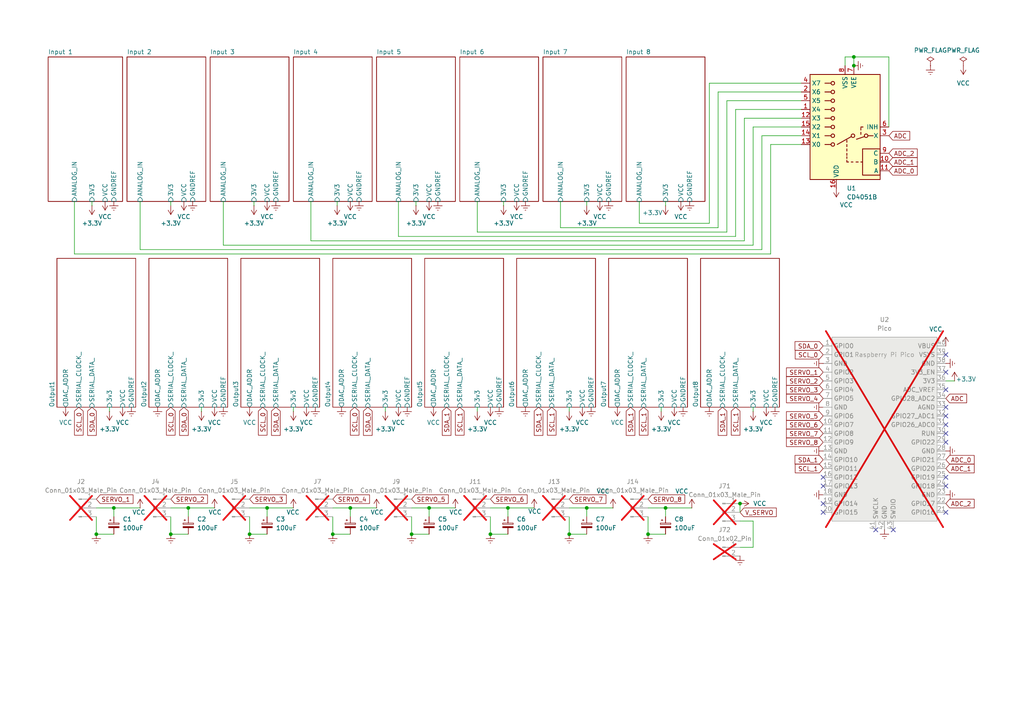
<source format=kicad_sch>
(kicad_sch (version 20250114) (generator "eeschema") (generator_version "9.0")
  (paper "A4")
  (junction (at 247.65 16.51))
  (junction (at 247.65 19.05))
  (junction (at 33.02 147.32))
  (junction (at 214.63 146.05))
  (junction (at 147.32 147.32))
  (junction (at 193.04 147.32))
  (junction (at 101.6 147.32))
  (junction (at 187.96 154.94))
  (junction (at 49.53 154.94))
  (junction (at 119.38 154.94))
  (junction (at 165.1 154.94))
  (junction (at 142.24 154.94))
  (junction (at 27.94 154.94))
  (junction (at 72.39 154.94))
  (junction (at 77.47 147.32))
  (junction (at 54.61 147.32))
  (junction (at 124.46 147.32))
  (junction (at 170.18 147.32))
  (junction (at 96.52 154.94))
  (no_connect (at 238.76 138.43))
  (no_connect (at 254 153.67))
  (no_connect (at 274.32 148.59))
  (no_connect (at 274.32 120.65))
  (no_connect (at 274.32 118.11))
  (no_connect (at 274.32 123.19))
  (no_connect (at 274.32 125.73))
  (no_connect (at 274.32 138.43))
  (no_connect (at 274.32 107.95))
  (no_connect (at 238.76 148.59))
  (no_connect (at 238.76 140.97))
  (no_connect (at 259.08 153.67))
  (no_connect (at 274.32 140.97))
  (no_connect (at 274.32 128.27))
  (no_connect (at 238.76 146.05))
  (no_connect (at 274.32 113.03))
  (no_connect (at 274.32 102.87))
  (wire (pts (xy 58.42 119.38) (xy 58.42 118.11)))
  (wire (pts (xy 119.38 149.86) (xy 119.38 154.94)))
  (wire (pts (xy 218.44 151.13) (xy 218.44 158.75)))
  (wire (pts (xy 187.96 147.32) (xy 193.04 147.32)))
  (wire (pts (xy 245.11 16.51) (xy 245.11 19.05)))
  (wire (pts (xy 54.61 147.32) (xy 62.23 147.32)))
  (wire (pts (xy 115.57 68.58) (xy 213.36 68.58)))
  (wire (pts (xy 72.39 154.94) (xy 77.47 154.94)))
  (wire (pts (xy 165.1 119.38) (xy 165.1 118.11)))
  (wire (pts (xy 165.1 147.32) (xy 170.18 147.32)))
  (wire (pts (xy 147.32 147.32) (xy 154.94 147.32)))
  (wire (pts (xy 40.64 58.42) (xy 40.64 72.39)))
  (wire (pts (xy 185.42 64.77) (xy 205.74 64.77)))
  (wire (pts (xy 208.28 66.04) (xy 162.56 66.04)))
  (wire (pts (xy 232.41 31.75) (xy 213.36 31.75)))
  (wire (pts (xy 119.38 147.32) (xy 124.46 147.32)))
  (wire (pts (xy 31.75 119.38) (xy 31.75 118.11)))
  (wire (pts (xy 21.59 73.66) (xy 223.52 73.66)))
  (wire (pts (xy 213.36 31.75) (xy 213.36 68.58)))
  (wire (pts (xy 208.28 26.67) (xy 208.28 66.04)))
  (wire (pts (xy 115.57 58.42) (xy 115.57 68.58)))
  (wire (pts (xy 111.76 119.38) (xy 111.76 118.11)))
  (wire (pts (xy 170.18 147.32) (xy 177.8 147.32)))
  (wire (pts (xy 96.52 147.32) (xy 101.6 147.32)))
  (wire (pts (xy 210.82 29.21) (xy 210.82 67.31)))
  (wire (pts (xy 147.32 147.32) (xy 147.32 149.86)))
  (wire (pts (xy 245.11 16.51) (xy 247.65 16.51)))
  (wire (pts (xy 101.6 147.32) (xy 101.6 149.86)))
  (wire (pts (xy 232.41 36.83) (xy 218.44 36.83)))
  (wire (pts (xy 218.44 158.75) (xy 214.63 158.75)))
  (wire (pts (xy 33.02 147.32) (xy 33.02 149.86)))
  (wire (pts (xy 27.94 149.86) (xy 27.94 154.94)))
  (wire (pts (xy 170.18 147.32) (xy 170.18 149.86)))
  (wire (pts (xy 49.53 59.69) (xy 49.53 58.42)))
  (wire (pts (xy 119.38 154.94) (xy 124.46 154.94)))
  (wire (pts (xy 27.94 154.94) (xy 33.02 154.94)))
  (wire (pts (xy 162.56 58.42) (xy 162.56 66.04)))
  (wire (pts (xy 33.02 147.32) (xy 40.64 147.32)))
  (wire (pts (xy 138.43 119.38) (xy 138.43 118.11)))
  (wire (pts (xy 90.17 69.85) (xy 215.9 69.85)))
  (wire (pts (xy 223.52 41.91) (xy 223.52 73.66)))
  (wire (pts (xy 214.63 146.05) (xy 214.63 148.59)))
  (wire (pts (xy 26.67 59.69) (xy 26.67 58.42)))
  (wire (pts (xy 205.74 24.13) (xy 205.74 64.77)))
  (wire (pts (xy 165.1 154.94) (xy 170.18 154.94)))
  (wire (pts (xy 27.94 147.32) (xy 33.02 147.32)))
  (wire (pts (xy 142.24 149.86) (xy 142.24 154.94)))
  (wire (pts (xy 85.09 119.38) (xy 85.09 118.11)))
  (wire (pts (xy 232.41 39.37) (xy 220.98 39.37)))
  (wire (pts (xy 193.04 147.32) (xy 193.04 149.86)))
  (wire (pts (xy 49.53 149.86) (xy 49.53 154.94)))
  (wire (pts (xy 49.53 147.32) (xy 54.61 147.32)))
  (wire (pts (xy 232.41 26.67) (xy 208.28 26.67)))
  (wire (pts (xy 232.41 34.29) (xy 215.9 34.29)))
  (wire (pts (xy 72.39 147.32) (xy 77.47 147.32)))
  (wire (pts (xy 214.63 151.13) (xy 218.44 151.13)))
  (wire (pts (xy 187.96 149.86) (xy 187.96 154.94)))
  (wire (pts (xy 77.47 147.32) (xy 85.09 147.32)))
  (wire (pts (xy 120.65 59.69) (xy 120.65 58.42)))
  (wire (pts (xy 138.43 58.42) (xy 138.43 67.31)))
  (wire (pts (xy 185.42 58.42) (xy 185.42 64.77)))
  (wire (pts (xy 142.24 154.94) (xy 147.32 154.94)))
  (wire (pts (xy 215.9 34.29) (xy 215.9 69.85)))
  (wire (pts (xy 73.66 59.69) (xy 73.66 58.42)))
  (wire (pts (xy 72.39 149.86) (xy 72.39 154.94)))
  (wire (pts (xy 232.41 24.13) (xy 205.74 24.13)))
  (wire (pts (xy 218.44 36.83) (xy 218.44 71.12)))
  (wire (pts (xy 187.96 154.94) (xy 193.04 154.94)))
  (wire (pts (xy 54.61 147.32) (xy 54.61 149.86)))
  (wire (pts (xy 96.52 154.94) (xy 101.6 154.94)))
  (wire (pts (xy 142.24 147.32) (xy 147.32 147.32)))
  (wire (pts (xy 146.05 59.69) (xy 146.05 58.42)))
  (wire (pts (xy 124.46 147.32) (xy 132.08 147.32)))
  (wire (pts (xy 232.41 41.91) (xy 223.52 41.91)))
  (wire (pts (xy 274.32 110.49) (xy 276.86 110.49)))
  (wire (pts (xy 170.18 59.69) (xy 170.18 58.42)))
  (wire (pts (xy 90.17 58.42) (xy 90.17 69.85)))
  (wire (pts (xy 247.65 16.51) (xy 257.81 16.51)))
  (wire (pts (xy 49.53 154.94) (xy 54.61 154.94)))
  (wire (pts (xy 64.77 58.42) (xy 64.77 71.12)))
  (wire (pts (xy 220.98 39.37) (xy 220.98 72.39)))
  (wire (pts (xy 101.6 147.32) (xy 109.22 147.32)))
  (wire (pts (xy 257.81 16.51) (xy 257.81 36.83)))
  (wire (pts (xy 193.04 147.32) (xy 200.66 147.32)))
  (wire (pts (xy 193.04 59.69) (xy 193.04 58.42)))
  (wire (pts (xy 64.77 71.12) (xy 218.44 71.12)))
  (wire (pts (xy 96.52 149.86) (xy 96.52 154.94)))
  (wire (pts (xy 247.65 19.05) (xy 247.65 16.51)))
  (wire (pts (xy 97.79 59.69) (xy 97.79 58.42)))
  (wire (pts (xy 232.41 29.21) (xy 210.82 29.21)))
  (wire (pts (xy 21.59 58.42) (xy 21.59 73.66)))
  (wire (pts (xy 191.77 119.38) (xy 191.77 118.11)))
  (wire (pts (xy 165.1 149.86) (xy 165.1 154.94)))
  (wire (pts (xy 218.44 119.38) (xy 218.44 118.11)))
  (wire (pts (xy 124.46 147.32) (xy 124.46 149.86)))
  (wire (pts (xy 77.47 147.32) (xy 77.47 149.86)))
  (wire (pts (xy 210.82 67.31) (xy 138.43 67.31)))
  (wire (pts (xy 40.64 72.39) (xy 220.98 72.39)))
  (global_label "SCL_1" (shape input) (at 160.02 118.11 270) (property "Intersheetrefs" "${INTERSHEET_REFS}" (effects (hide yes))))
  (global_label "SERVO_7" (shape input) (at 238.76 125.73 180) (property "Intersheetrefs" "${INTERSHEET_REFS}" (effects (hide yes))))
  (global_label "SDA_1" (shape input) (at 156.21 118.11 270) (property "Intersheetrefs" "${INTERSHEET_REFS}" (effects (hide yes))))
  (global_label "SERVO_5" (shape input) (at 119.38 144.78 0) (property "Intersheetrefs" "${INTERSHEET_REFS}" (effects (hide yes))))
  (global_label "SDA_0" (shape input) (at 26.67 118.11 270) (property "Intersheetrefs" "${INTERSHEET_REFS}" (effects (hide yes))))
  (global_label "SDA_0" (shape input) (at 106.68 118.11 270) (property "Intersheetrefs" "${INTERSHEET_REFS}" (effects (hide yes))))
  (global_label "ADC_1" (shape input) (at 257.81 46.99 0) (property "Intersheetrefs" "${INTERSHEET_REFS}" (effects (hide yes))))
  (global_label "SDA_1" (shape input) (at 129.54 118.11 270) (property "Intersheetrefs" "${INTERSHEET_REFS}" (effects (hide yes))))
  (global_label "SDA_1" (shape input) (at 238.76 133.35 180) (property "Intersheetrefs" "${INTERSHEET_REFS}" (effects (hide yes))))
  (global_label "SERVO_1" (shape input) (at 238.76 107.95 180) (property "Intersheetrefs" "${INTERSHEET_REFS}" (effects (hide yes))))
  (global_label "SERVO_3" (shape input) (at 72.39 144.78 0) (property "Intersheetrefs" "${INTERSHEET_REFS}" (effects (hide yes))))
  (global_label "SDA_0" (shape input) (at 80.01 118.11 270) (property "Intersheetrefs" "${INTERSHEET_REFS}" (effects (hide yes))))
  (global_label "SERVO_4" (shape input) (at 238.76 115.57 180) (property "Intersheetrefs" "${INTERSHEET_REFS}" (effects (hide yes))))
  (global_label "ADC_0" (shape input) (at 274.32 133.35 0) (property "Intersheetrefs" "${INTERSHEET_REFS}" (effects (hide yes))))
  (global_label "SCL_0" (shape input) (at 102.87 118.11 270) (property "Intersheetrefs" "${INTERSHEET_REFS}" (effects (hide yes))))
  (global_label "ADC" (shape input) (at 257.81 39.37 0) (property "Intersheetrefs" "${INTERSHEET_REFS}" (effects (hide yes))))
  (global_label "ADC_1" (shape input) (at 274.32 135.89 0) (property "Intersheetrefs" "${INTERSHEET_REFS}" (effects (hide yes))))
  (global_label "SERVO_8" (shape input) (at 238.76 128.27 180) (property "Intersheetrefs" "${INTERSHEET_REFS}" (effects (hide yes))))
  (global_label "SDA_1" (shape input) (at 209.55 118.11 270) (property "Intersheetrefs" "${INTERSHEET_REFS}" (effects (hide yes))))
  (global_label "SDA_1" (shape input) (at 182.88 118.11 270) (property "Intersheetrefs" "${INTERSHEET_REFS}" (effects (hide yes))))
  (global_label "SERVO_2" (shape input) (at 238.76 110.49 180) (property "Intersheetrefs" "${INTERSHEET_REFS}" (effects (hide yes))))
  (global_label "SERVO_5" (shape input) (at 238.76 120.65 180) (property "Intersheetrefs" "${INTERSHEET_REFS}" (effects (hide yes))))
  (global_label "SCL_0" (shape input) (at 22.86 118.11 270) (property "Intersheetrefs" "${INTERSHEET_REFS}" (effects (hide yes))))
  (global_label "SCL_0" (shape input) (at 238.76 102.87 180) (property "Intersheetrefs" "${INTERSHEET_REFS}" (effects (hide yes))))
  (global_label "SCL_1" (shape input) (at 213.36 118.11 270) (property "Intersheetrefs" "${INTERSHEET_REFS}" (effects (hide yes))))
  (global_label "ADC_0" (shape input) (at 257.81 49.53 0) (property "Intersheetrefs" "${INTERSHEET_REFS}" (effects (hide yes))))
  (global_label "SERVO_6" (shape input) (at 238.76 123.19 180) (property "Intersheetrefs" "${INTERSHEET_REFS}" (effects (hide yes))))
  (global_label "ADC_2" (shape input) (at 257.81 44.45 0) (property "Intersheetrefs" "${INTERSHEET_REFS}" (effects (hide yes))))
  (global_label "SERVO_6" (shape input) (at 142.24 144.78 0) (property "Intersheetrefs" "${INTERSHEET_REFS}" (effects (hide yes))))
  (global_label "SERVO_7" (shape input) (at 165.1 144.78 0) (property "Intersheetrefs" "${INTERSHEET_REFS}" (effects (hide yes))))
  (global_label "SERVO_4" (shape input) (at 96.52 144.78 0) (property "Intersheetrefs" "${INTERSHEET_REFS}" (effects (hide yes))))
  (global_label "SDA_0" (shape input) (at 238.76 100.33 180) (property "Intersheetrefs" "${INTERSHEET_REFS}" (effects (hide yes))))
  (global_label "ADC_2" (shape input) (at 274.32 146.05 0) (property "Intersheetrefs" "${INTERSHEET_REFS}" (effects (hide yes))))
  (global_label "SCL_0" (shape input) (at 49.53 118.11 270) (property "Intersheetrefs" "${INTERSHEET_REFS}" (effects (hide yes))))
  (global_label "SCL_0" (shape input) (at 76.2 118.11 270) (property "Intersheetrefs" "${INTERSHEET_REFS}" (effects (hide yes))))
  (global_label "V_SERVO" (shape input) (at 214.63 148.59 0) (property "Intersheetrefs" "${INTERSHEET_REFS}" (effects (hide yes))))
  (global_label "SCL_1" (shape input) (at 133.35 118.11 270) (property "Intersheetrefs" "${INTERSHEET_REFS}" (effects (hide yes))))
  (global_label "SDA_0" (shape input) (at 53.34 118.11 270) (property "Intersheetrefs" "${INTERSHEET_REFS}" (effects (hide yes))))
  (global_label "SERVO_8" (shape input) (at 187.96 144.78 0) (property "Intersheetrefs" "${INTERSHEET_REFS}" (effects (hide yes))))
  (global_label "SERVO_1" (shape input) (at 27.94 144.78 0) (property "Intersheetrefs" "${INTERSHEET_REFS}" (effects (hide yes))))
  (global_label "SCL_1" (shape input) (at 186.69 118.11 270) (property "Intersheetrefs" "${INTERSHEET_REFS}" (effects (hide yes))))
  (global_label "SCL_1" (shape input) (at 238.76 135.89 180) (property "Intersheetrefs" "${INTERSHEET_REFS}" (effects (hide yes))))
  (global_label "ADC" (shape input) (at 274.32 115.57 0) (property "Intersheetrefs" "${INTERSHEET_REFS}" (effects (hide yes))))
  (global_label "SERVO_2" (shape input) (at 49.53 144.78 0) (property "Intersheetrefs" "${INTERSHEET_REFS}" (effects (hide yes))))
  (global_label "SERVO_3" (shape input) (at 238.76 113.03 180) (property "Intersheetrefs" "${INTERSHEET_REFS}" (effects (hide yes))))
  (symbol (lib_id "power:GNDREF") (at 45.72 118.11 0) (unit 1)
    (property "Reference" "#PWR0343" (effects (hide yes)))
    (property "Value" "GNDREF" (effects (hide yes)))
    (property "Description" "Power symbol creates a global label with name \"GNDREF\" , reference supply ground" (effects (hide yes)))
  )
  (symbol (lib_id "Device:C_Polarized_Small") (at 54.61 152.4 0) (unit 1)
    (property "Reference" "C2" (at 57.15 150.5838 0) (effects (justify left)))
    (property "Value" "100uF" (at 57.15 153.1238 0) (effects (justify left)))
    (property "Footprint" "Capacitor_THT:CP_Radial_D5.0mm_P2.50mm" (effects (hide yes)))
    (property "Description" "Polarized capacitor, small symbol" (effects (hide yes)))
  )
  (symbol (lib_id "power:GNDREF") (at 27.94 154.94 0) (unit 1)
    (property "Reference" "#PWR06" (effects (hide yes)))
    (property "Value" "GNDREF" (effects (hide yes)))
    (property "Description" "Power symbol creates a global label with name \"GNDREF\" , reference supply ground" (effects (hide yes)))
  )
  (symbol (lib_id "Device:C_Polarized_Small") (at 101.6 152.4 0) (unit 1)
    (property "Reference" "C4" (at 104.14 150.5838 0) (effects (justify left)))
    (property "Value" "100uF" (at 104.14 153.1238 0) (effects (justify left)))
    (property "Footprint" "Capacitor_THT:CP_Radial_D5.0mm_P2.50mm" (effects (hide yes)))
    (property "Description" "Polarized capacitor, small symbol" (effects (hide yes)))
  )
  (symbol (lib_id "power:+3.3V") (at 85.09 119.38 180) (unit 1)
    (property "Reference" "#PWR0331" (effects (hide yes)))
    (property "Value" "+3.3V" (at 85.09 124.46 0))
    (property "Description" "Power symbol creates a global label with name \"+3.3V\"" (effects (hide yes)))
  )
  (symbol (lib_id "power:VCC") (at 40.64 147.32 0) (unit 1)
    (property "Reference" "#PWR029" (effects (hide yes)))
    (property "Value" "VCC" (at 38.354 148.59 0) (effects (justify left)))
    (property "Description" "Power symbol creates a global label with name \"VCC\"" (effects (hide yes)))
  )
  (symbol (lib_id "Connector:Conn_01x03_Pin") (at 44.45 147.32 0) (unit 1) (dnp yes)
    (property "Reference" "J4" (at 45.085 139.7 0))
    (property "Value" "Conn_01x03_Male_Pin" (at 45.085 142.24 0))
    (property "Footprint" "Connector_PinHeader_2.54mm:PinHeader_1x03_P2.54mm_Vertical" (effects (hide yes)))
    (property "Description" "Generic connector, single row, 01x03, script generated" (effects (hide yes)))
  )
  (symbol (lib_id "power:PWR_FLAG") (at 269.875 19.05 0) (unit 1)
    (property "Reference" "#FLG01" (effects (hide yes)))
    (property "Value" "PWR_FLAG" (at 269.875 14.605 0))
    (property "Description" "Special symbol for telling ERC where power comes from" (effects (hide yes)))
  )
  (symbol (lib_id "power:GNDREF") (at 200.025 58.42 0) (unit 1)
    (property "Reference" "#PWR050" (effects (hide yes)))
    (property "Value" "GNDREF" (effects (hide yes)))
    (property "Description" "Power symbol creates a global label with name \"GNDREF\" , reference supply ground" (effects (hide yes)))
  )
  (symbol (lib_id "power:VCC") (at 85.09 147.32 0) (unit 1)
    (property "Reference" "#PWR022" (effects (hide yes)))
    (property "Value" "VCC" (at 83.058 148.59 0) (effects (justify left)))
    (property "Description" "Power symbol creates a global label with name \"VCC\"" (effects (hide yes)))
  )
  (symbol (lib_id "power:GNDREF") (at 274.32 143.51 90) (unit 1)
    (property "Reference" "#PWR065" (effects (hide yes)))
    (property "Value" "GNDREF" (effects (hide yes)))
    (property "Description" "Power symbol creates a global label with name \"GNDREF\" , reference supply ground" (effects (hide yes)))
  )
  (symbol (lib_id "power:+3.3V") (at 191.77 119.38 180) (unit 1)
    (property "Reference" "#PWR0335" (effects (hide yes)))
    (property "Value" "+3.3V" (at 191.77 124.46 0))
    (property "Description" "Power symbol creates a global label with name \"+3.3V\"" (effects (hide yes)))
  )
  (symbol (lib_id "power:+3.3V") (at 26.67 59.69 180) (unit 1)
    (property "Reference" "#PWR034" (effects (hide yes)))
    (property "Value" "+3.3V" (at 26.67 64.77 0))
    (property "Description" "Power symbol creates a global label with name \"+3.3V\"" (effects (hide yes)))
  )
  (symbol (lib_id "power:+3.3V") (at 170.18 59.69 180) (unit 1)
    (property "Reference" "#PWR0134" (effects (hide yes)))
    (property "Value" "+3.3V" (at 170.18 64.77 0))
    (property "Description" "Power symbol creates a global label with name \"+3.3V\"" (effects (hide yes)))
  )
  (symbol (lib_id "power:PWR_FLAG") (at 279.4 19.05 0) (unit 1)
    (property "Reference" "#FLG02" (effects (hide yes)))
    (property "Value" "PWR_FLAG" (at 279.4 14.605 0))
    (property "Description" "Special symbol for telling ERC where power comes from" (effects (hide yes)))
  )
  (symbol (lib_id "power:GNDREF") (at 152.4 58.42 0) (unit 1)
    (property "Reference" "#PWR040" (effects (hide yes)))
    (property "Value" "GNDREF" (effects (hide yes)))
    (property "Description" "Power symbol creates a global label with name \"GNDREF\" , reference supply ground" (effects (hide yes)))
  )
  (symbol (lib_id "power:VCC") (at 125.73 118.11 180) (unit 1)
    (property "Reference" "#PWR0342" (effects (hide yes)))
    (property "Value" "VCC" (at 125.73 122.555 0))
    (property "Description" "Power symbol creates a global label with name \"VCC\"" (effects (hide yes)))
  )
  (symbol (lib_id "Connector:Conn_01x03_Pin") (at 22.86 147.32 0) (unit 1) (dnp yes)
    (property "Reference" "J2" (at 23.495 139.7 0))
    (property "Value" "Conn_01x03_Male_Pin" (at 23.495 142.24 0))
    (property "Footprint" "Connector_PinHeader_2.54mm:PinHeader_1x03_P2.54mm_Vertical" (effects (hide yes)))
    (property "Description" "Generic connector, single row, 01x03, script generated" (effects (hide yes)))
  )
  (symbol (lib_id "power:GNDREF") (at 64.77 118.11 0) (unit 1)
    (property "Reference" "#PWR014" (effects (hide yes)))
    (property "Value" "GNDREF" (effects (hide yes)))
    (property "Description" "Power symbol creates a global label with name \"GNDREF\" , reference supply ground" (effects (hide yes)))
  )
  (symbol (lib_id "power:+3.3V") (at 111.76 119.38 180) (unit 1)
    (property "Reference" "#PWR0332" (effects (hide yes)))
    (property "Value" "+3.3V" (at 111.76 124.46 0))
    (property "Description" "Power symbol creates a global label with name \"+3.3V\"" (effects (hide yes)))
  )
  (symbol (lib_id "power:VCC") (at 62.23 118.11 180) (unit 1)
    (property "Reference" "#PWR013" (effects (hide yes)))
    (property "Value" "VCC" (at 62.23 122.555 0))
    (property "Description" "Power symbol creates a global label with name \"VCC\"" (effects (hide yes)))
  )
  (symbol (lib_id "power:GNDREF") (at 96.52 154.94 0) (unit 1)
    (property "Reference" "#PWR020" (effects (hide yes)))
    (property "Value" "GNDREF" (effects (hide yes)))
    (property "Description" "Power symbol creates a global label with name \"GNDREF\" , reference supply ground" (effects (hide yes)))
  )
  (symbol (lib_id "power:VCC") (at 53.34 58.42 180) (unit 1)
    (property "Reference" "#PWR09" (effects (hide yes)))
    (property "Value" "VCC" (at 53.34 62.865 0))
    (property "Description" "Power symbol creates a global label with name \"VCC\"" (effects (hide yes)))
  )
  (symbol (lib_id "power:GNDREF") (at 171.45 118.11 0) (unit 1)
    (property "Reference" "#PWR044" (effects (hide yes)))
    (property "Value" "GNDREF" (effects (hide yes)))
    (property "Description" "Power symbol creates a global label with name \"GNDREF\" , reference supply ground" (effects (hide yes)))
  )
  (symbol (lib_id "power:VCC") (at 197.485 58.42 180) (unit 1)
    (property "Reference" "#PWR048" (effects (hide yes)))
    (property "Value" "VCC" (at 197.485 62.865 0))
    (property "Description" "Power symbol creates a global label with name \"VCC\"" (effects (hide yes)))
  )
  (symbol (lib_id "power:GNDREF") (at 224.79 118.11 0) (unit 1)
    (property "Reference" "#PWR052" (effects (hide yes)))
    (property "Value" "GNDREF" (effects (hide yes)))
    (property "Description" "Power symbol creates a global label with name \"GNDREF\" , reference supply ground" (effects (hide yes)))
  )
  (symbol (lib_id "power:GNDREF") (at 238.76 143.51 270) (unit 1)
    (property "Reference" "#PWR056" (effects (hide yes)))
    (property "Value" "GNDREF" (effects (hide yes)))
    (property "Description" "Power symbol creates a global label with name \"GNDREF\" , reference supply ground" (effects (hide yes)))
  )
  (symbol (lib_id "power:GNDREF") (at 144.78 118.11 0) (unit 1)
    (property "Reference" "#PWR037" (effects (hide yes)))
    (property "Value" "GNDREF" (effects (hide yes)))
    (property "Description" "Power symbol creates a global label with name \"GNDREF\" , reference supply ground" (effects (hide yes)))
  )
  (symbol (lib_id "power:VCC") (at 62.23 147.32 0) (unit 1)
    (property "Reference" "#PWR026" (effects (hide yes)))
    (property "Value" "VCC" (at 60.452 148.59 0) (effects (justify left)))
    (property "Description" "Power symbol creates a global label with name \"VCC\"" (effects (hide yes)))
  )
  (symbol (lib_id "power:VCC") (at 279.4 19.05 180) (unit 1)
    (property "Reference" "#PWR066" (effects (hide yes)))
    (property "Value" "VCC" (at 279.4 24.13 0))
    (property "Description" "Power symbol creates a global label with name \"VCC\"" (effects (hide yes)))
  )
  (symbol (lib_id "power:VCC") (at 101.6 58.42 180) (unit 1)
    (property "Reference" "#PWR023" (effects (hide yes)))
    (property "Value" "VCC" (at 101.6 62.865 0))
    (property "Description" "Power symbol creates a global label with name \"VCC\"" (effects (hide yes)))
  )
  (symbol (lib_id "power:VCC") (at 154.94 147.32 0) (unit 1)
    (property "Reference" "#PWR033" (effects (hide yes)))
    (property "Value" "VCC" (at 153.162 148.336 0) (effects (justify left)))
    (property "Description" "Power symbol creates a global label with name \"VCC\"" (effects (hide yes)))
  )
  (symbol (lib_id "power:VCC") (at 30.48 58.42 180) (unit 1)
    (property "Reference" "#PWR02" (effects (hide yes)))
    (property "Value" "VCC" (at 30.48 62.865 0))
    (property "Description" "Power symbol creates a global label with name \"VCC\"" (effects (hide yes)))
  )
  (symbol (lib_id "power:GNDREF") (at 33.02 58.42 0) (unit 1)
    (property "Reference" "#PWR03" (effects (hide yes)))
    (property "Value" "GNDREF" (effects (hide yes)))
    (property "Description" "Power symbol creates a global label with name \"GNDREF\" , reference supply ground" (effects (hide yes)))
  )
  (symbol (lib_id "power:GNDREF") (at 152.4 118.11 0) (unit 1)
    (property "Reference" "#PWR0338" (effects (hide yes)))
    (property "Value" "GNDREF" (effects (hide yes)))
    (property "Description" "Power symbol creates a global label with name \"GNDREF\" , reference supply ground" (effects (hide yes)))
  )
  (symbol (lib_id "power:GNDREF") (at 91.44 118.11 0) (unit 1)
    (property "Reference" "#PWR021" (effects (hide yes)))
    (property "Value" "GNDREF" (effects (hide yes)))
    (property "Description" "Power symbol creates a global label with name \"GNDREF\" , reference supply ground" (effects (hide yes)))
  )
  (symbol (lib_id "power:VCC") (at 35.56 118.11 180) (unit 1)
    (property "Reference" "#PWR05" (effects (hide yes)))
    (property "Value" "VCC" (at 35.56 122.555 0))
    (property "Description" "Power symbol creates a global label with name \"VCC\"" (effects (hide yes)))
  )
  (symbol (lib_id "Connector:Conn_01x03_Pin") (at 91.44 147.32 0) (unit 1) (dnp yes)
    (property "Reference" "J7" (at 92.075 139.7 0))
    (property "Value" "Conn_01x03_Male_Pin" (at 92.075 142.24 0))
    (property "Footprint" "Connector_PinHeader_2.54mm:PinHeader_1x03_P2.54mm_Vertical" (effects (hide yes)))
    (property "Description" "Generic connector, single row, 01x03, script generated" (effects (hide yes)))
  )
  (symbol (lib_id "power:VCC") (at 124.46 58.42 180) (unit 1)
    (property "Reference" "#PWR030" (effects (hide yes)))
    (property "Value" "VCC" (at 124.46 62.865 0))
    (property "Description" "Power symbol creates a global label with name \"VCC\"" (effects (hide yes)))
  )
  (symbol (lib_id "Device:C_Polarized_Small") (at 33.02 152.4 0) (unit 1)
    (property "Reference" "C1" (at 35.56 150.5838 0) (effects (justify left)))
    (property "Value" "100uF" (at 35.56 153.1238 0) (effects (justify left)))
    (property "Footprint" "Capacitor_THT:CP_Radial_D5.0mm_P2.50mm" (effects (hide yes)))
    (property "Description" "Polarized capacitor, small symbol" (effects (hide yes)))
  )
  (symbol (lib_id "MCU_RaspberryPi_and_Boards:Pico") (at 256.54 124.46 0) (unit 1) (dnp yes)
    (property "Reference" "U2" (at 256.54 92.71 0))
    (property "Value" "Pico" (at 256.54 95.25 0))
    (property "Footprint" "MCU_RaspberryPi_and_Boards:RPi_Pico_SMD_TH" (effects (hide yes)))
  )
  (symbol (lib_id "Connector:Conn_01x03_Pin") (at 67.31 147.32 0) (unit 1) (dnp yes)
    (property "Reference" "J5" (at 67.945 139.7 0))
    (property "Value" "Conn_01x03_Male_Pin" (at 67.945 142.24 0))
    (property "Footprint" "Connector_PinHeader_2.54mm:PinHeader_1x03_P2.54mm_Vertical" (effects (hide yes)))
    (property "Description" "Generic connector, single row, 01x03, script generated" (effects (hide yes)))
  )
  (symbol (lib_id "power:GNDREF") (at 104.14 58.42 0) (unit 1)
    (property "Reference" "#PWR024" (effects (hide yes)))
    (property "Value" "GNDREF" (effects (hide yes)))
    (property "Description" "Power symbol creates a global label with name \"GNDREF\" , reference supply ground" (effects (hide yes)))
  )
  (symbol (lib_id "power:GNDREF") (at 176.53 58.42 0) (unit 1)
    (property "Reference" "#PWR046" (effects (hide yes)))
    (property "Value" "GNDREF" (effects (hide yes)))
    (property "Description" "Power symbol creates a global label with name \"GNDREF\" , reference supply ground" (effects (hide yes)))
  )
  (symbol (lib_id "power:VCC") (at 149.86 58.42 180) (unit 1)
    (property "Reference" "#PWR039" (effects (hide yes)))
    (property "Value" "VCC" (at 149.86 62.865 0))
    (property "Description" "Power symbol creates a global label with name \"VCC\"" (effects (hide yes)))
  )
  (symbol (lib_id "power:+3.3V") (at 193.04 59.69 180) (unit 1)
    (property "Reference" "#PWR0151" (effects (hide yes)))
    (property "Value" "+3.3V" (at 189.23 61.722 0))
    (property "Description" "Power symbol creates a global label with name \"+3.3V\"" (effects (hide yes)))
  )
  (symbol (lib_id "power:GNDREF") (at 238.76 118.11 270) (unit 1)
    (property "Reference" "#PWR054" (effects (hide yes)))
    (property "Value" "GNDREF" (effects (hide yes)))
    (property "Description" "Power symbol creates a global label with name \"GNDREF\" , reference supply ground" (effects (hide yes)))
  )
  (symbol (lib_id "power:GNDREF") (at 274.32 105.41 90) (unit 1)
    (property "Reference" "#PWR063" (effects (hide yes)))
    (property "Value" "GNDREF" (effects (hide yes)))
    (property "Description" "Power symbol creates a global label with name \"GNDREF\" , reference supply ground" (effects (hide yes)))
  )
  (symbol (lib_id "power:+3.3V") (at 218.44 119.38 180) (unit 1)
    (property "Reference" "#PWR0336" (effects (hide yes)))
    (property "Value" "+3.3V" (at 218.44 124.46 0))
    (property "Description" "Power symbol creates a global label with name \"+3.3V\"" (effects (hide yes)))
  )
  (symbol (lib_id "power:GNDREF") (at 238.76 105.41 270) (unit 1)
    (property "Reference" "#PWR053" (effects (hide yes)))
    (property "Value" "GNDREF" (effects (hide yes)))
    (property "Description" "Power symbol creates a global label with name \"GNDREF\" , reference supply ground" (effects (hide yes)))
  )
  (symbol (lib_id "power:VCC") (at 168.91 118.11 180) (unit 1)
    (property "Reference" "#PWR043" (effects (hide yes)))
    (property "Value" "VCC" (at 168.91 122.555 0))
    (property "Description" "Power symbol creates a global label with name \"VCC\"" (effects (hide yes)))
  )
  (symbol (lib_id "power:+3.3V") (at 73.66 59.69 180) (unit 1)
    (property "Reference" "#PWR057" (effects (hide yes)))
    (property "Value" "+3.3V" (at 73.66 64.77 0))
    (property "Description" "Power symbol creates a global label with name \"+3.3V\"" (effects (hide yes)))
  )
  (symbol (lib_id "Device:C_Polarized_Small") (at 147.32 152.4 0) (unit 1)
    (property "Reference" "C6" (at 149.86 150.5838 0) (effects (justify left)))
    (property "Value" "100uF" (at 149.86 153.1238 0) (effects (justify left)))
    (property "Footprint" "Capacitor_THT:CP_Radial_D5.0mm_P2.50mm" (effects (hide yes)))
    (property "Description" "Polarized capacitor, small symbol" (effects (hide yes)))
  )
  (symbol (lib_id "power:VCC") (at 72.39 118.11 180) (unit 1)
    (property "Reference" "#PWR0340" (effects (hide yes)))
    (property "Value" "VCC" (at 72.39 122.555 0))
    (property "Description" "Power symbol creates a global label with name \"VCC\"" (effects (hide yes)))
  )
  (symbol (lib_id "power:VCC") (at 142.24 118.11 180) (unit 1)
    (property "Reference" "#PWR035" (effects (hide yes)))
    (property "Value" "VCC" (at 142.24 122.555 0))
    (property "Description" "Power symbol creates a global label with name \"VCC\"" (effects (hide yes)))
  )
  (symbol (lib_id "power:VCC") (at 115.57 118.11 180) (unit 1)
    (property "Reference" "#PWR027" (effects (hide yes)))
    (property "Value" "VCC" (at 115.57 122.555 0))
    (property "Description" "Power symbol creates a global label with name \"VCC\"" (effects (hide yes)))
  )
  (symbol (lib_id "power:GNDREF") (at 165.1 154.94 0) (unit 1)
    (property "Reference" "#PWR036" (effects (hide yes)))
    (property "Value" "GNDREF" (effects (hide yes)))
    (property "Description" "Power symbol creates a global label with name \"GNDREF\" , reference supply ground" (effects (hide yes)))
  )
  (symbol (lib_id "power:GNDREF") (at 198.12 118.11 0) (unit 1)
    (property "Reference" "#PWR049" (effects (hide yes)))
    (property "Value" "GNDREF" (effects (hide yes)))
    (property "Description" "Power symbol creates a global label with name \"GNDREF\" , reference supply ground" (effects (hide yes)))
  )
  (symbol (lib_id "power:+3.3V") (at 120.65 59.69 180) (unit 1)
    (property "Reference" "#PWR0100" (effects (hide yes)))
    (property "Value" "+3.3V" (at 120.65 64.77 0))
    (property "Description" "Power symbol creates a global label with name \"+3.3V\"" (effects (hide yes)))
  )
  (symbol (lib_id "power:VCC") (at 195.58 118.11 180) (unit 1)
    (property "Reference" "#PWR047" (effects (hide yes)))
    (property "Value" "VCC" (at 195.58 122.555 0))
    (property "Description" "Power symbol creates a global label with name \"VCC\"" (effects (hide yes)))
  )
  (symbol (lib_id "power:+3.3V") (at 146.05 59.69 180) (unit 1)
    (property "Reference" "#PWR0117" (effects (hide yes)))
    (property "Value" "+3.3V" (at 146.05 64.77 0))
    (property "Description" "Power symbol creates a global label with name \"+3.3V\"" (effects (hide yes)))
  )
  (symbol (lib_id "power:VCC") (at 200.66 147.32 0) (unit 1)
    (property "Reference" "#PWR01" (effects (hide yes)))
    (property "Value" "VCC" (at 195.834 142.494 0) (effects (justify left)))
    (property "Description" "Power symbol creates a global label with name \"VCC\"" (effects (hide yes)))
  )
  (symbol (lib_id "Connector:Conn_01x03_Pin") (at 137.16 147.32 0) (unit 1) (dnp yes)
    (property "Reference" "J11" (at 137.795 139.7 0))
    (property "Value" "Conn_01x03_Male_Pin" (at 137.795 142.24 0))
    (property "Footprint" "Connector_PinHeader_2.54mm:PinHeader_1x03_P2.54mm_Vertical" (effects (hide yes)))
    (property "Description" "Generic connector, single row, 01x03, script generated" (effects (hide yes)))
  )
  (symbol (lib_id "power:GNDREF") (at 55.88 58.42 0) (unit 1)
    (property "Reference" "#PWR010" (effects (hide yes)))
    (property "Value" "GNDREF" (effects (hide yes)))
    (property "Description" "Power symbol creates a global label with name \"GNDREF\" , reference supply ground" (effects (hide yes)))
  )
  (symbol (lib_id "Device:C_Polarized_Small") (at 124.46 152.4 0) (unit 1)
    (property "Reference" "C5" (at 127 150.5838 0) (effects (justify left)))
    (property "Value" "100uF" (at 127 153.1238 0) (effects (justify left)))
    (property "Footprint" "Capacitor_THT:CP_Radial_D5.0mm_P2.50mm" (effects (hide yes)))
    (property "Description" "Polarized capacitor, small symbol" (effects (hide yes)))
  )
  (symbol (lib_id "power:GNDREF") (at 274.32 130.81 90) (unit 1)
    (property "Reference" "#PWR064" (effects (hide yes)))
    (property "Value" "GNDREF" (effects (hide yes)))
    (property "Description" "Power symbol creates a global label with name \"GNDREF\" , reference supply ground" (effects (hide yes)))
  )
  (symbol (lib_id "Device:C_Polarized_Small") (at 170.18 152.4 0) (unit 1)
    (property "Reference" "C7" (at 172.72 150.5838 0) (effects (justify left)))
    (property "Value" "100uF" (at 172.72 153.1238 0) (effects (justify left)))
    (property "Footprint" "Capacitor_THT:CP_Radial_D5.0mm_P2.50mm" (effects (hide yes)))
    (property "Description" "Polarized capacitor, small symbol" (effects (hide yes)))
  )
  (symbol (lib_id "power:GNDREF") (at 238.76 130.81 270) (unit 1)
    (property "Reference" "#PWR055" (effects (hide yes)))
    (property "Value" "GNDREF" (effects (hide yes)))
    (property "Description" "Power symbol creates a global label with name \"GNDREF\" , reference supply ground" (effects (hide yes)))
  )
  (symbol (lib_id "power:+3.3V") (at 97.79 59.69 180) (unit 1)
    (property "Reference" "#PWR083" (effects (hide yes)))
    (property "Value" "+3.3V" (at 97.79 64.77 0))
    (property "Description" "Power symbol creates a global label with name \"+3.3V\"" (effects (hide yes)))
  )
  (symbol (lib_id "power:+3.3V") (at 276.86 110.49 0) (unit 1)
    (property "Reference" "#PWR038" (effects (hide yes)))
    (property "Value" "+3.3V" (at 280.162 109.982 0))
    (property "Description" "Power symbol creates a global label with name \"+3.3V\"" (effects (hide yes)))
  )
  (symbol (lib_id "power:VCC") (at 132.08 147.32 0) (unit 1)
    (property "Reference" "#PWR012" (effects (hide yes)))
    (property "Value" "VCC" (at 130.302 148.59 0) (effects (justify left)))
    (property "Description" "Power symbol creates a global label with name \"VCC\"" (effects (hide yes)))
  )
  (symbol (lib_id "Device:C_Polarized_Small") (at 193.04 152.4 0) (unit 1)
    (property "Reference" "C8" (at 195.58 150.5838 0) (effects (justify left)))
    (property "Value" "100uF" (at 195.58 153.1238 0) (effects (justify left)))
    (property "Footprint" "Capacitor_THT:CP_Radial_D5.0mm_P2.50mm" (effects (hide yes)))
    (property "Description" "Polarized capacitor, small symbol" (effects (hide yes)))
  )
  (symbol (lib_id "power:+3.3V") (at 138.43 119.38 180) (unit 1)
    (property "Reference" "#PWR0333" (effects (hide yes)))
    (property "Value" "+3.3V" (at 138.43 124.46 0))
    (property "Description" "Power symbol creates a global label with name \"+3.3V\"" (effects (hide yes)))
  )
  (symbol (lib_id "power:+3.3V") (at 165.1 119.38 180) (unit 1)
    (property "Reference" "#PWR0334" (effects (hide yes)))
    (property "Value" "+3.3V" (at 165.1 124.46 0))
    (property "Description" "Power symbol creates a global label with name \"+3.3V\"" (effects (hide yes)))
  )
  (symbol (lib_id "power:GNDREF") (at 247.65 19.05 90) (unit 1)
    (property "Reference" "#PWR059" (effects (hide yes)))
    (property "Value" "GNDREF" (effects (hide yes)))
    (property "Description" "Power symbol creates a global label with name \"GNDREF\" , reference supply ground" (effects (hide yes)))
  )
  (symbol (lib_id "power:VCC") (at 242.57 54.61 180) (unit 1)
    (property "Reference" "#PWR058" (effects (hide yes)))
    (property "Value" "VCC" (at 247.396 59.436 0) (effects (justify left)))
    (property "Description" "Power symbol creates a global label with name \"VCC\"" (effects (hide yes)))
  )
  (symbol (lib_id "Connector:Conn_01x03_Pin") (at 160.02 147.32 0) (unit 1) (dnp yes)
    (property "Reference" "J13" (at 160.655 139.7 0))
    (property "Value" "Conn_01x03_Male_Pin" (at 160.655 142.24 0))
    (property "Footprint" "Connector_PinHeader_2.54mm:PinHeader_1x03_P2.54mm_Vertical" (effects (hide yes)))
    (property "Description" "Generic connector, single row, 01x03, script generated" (effects (hide yes)))
  )
  (symbol (lib_id "power:GNDREF") (at 119.38 154.94 0) (unit 1)
    (property "Reference" "#PWR025" (effects (hide yes)))
    (property "Value" "GNDREF" (effects (hide yes)))
    (property "Description" "Power symbol creates a global label with name \"GNDREF\" , reference supply ground" (effects (hide yes)))
  )
  (symbol (lib_id "Connector:Conn_01x03_Pin") (at 182.88 147.32 0) (unit 1) (dnp yes)
    (property "Reference" "J14" (at 183.515 139.7 0))
    (property "Value" "Conn_01x03_Male_Pin" (at 183.515 142.24 0))
    (property "Footprint" "Connector_PinHeader_2.54mm:PinHeader_1x03_P2.54mm_Vertical" (effects (hide yes)))
    (property "Description" "Generic connector, single row, 01x03, script generated" (effects (hide yes)))
  )
  (symbol (lib_id "power:+3.3V") (at 58.42 119.38 180) (unit 1)
    (property "Reference" "#PWR0330" (effects (hide yes)))
    (property "Value" "+3.3V" (at 58.42 124.46 0))
    (property "Description" "Power symbol creates a global label with name \"+3.3V\"" (effects (hide yes)))
  )
  (symbol (lib_id "power:+3.3V") (at 31.75 119.38 180) (unit 1)
    (property "Reference" "#PWR0329" (effects (hide yes)))
    (property "Value" "+3.3V" (at 31.75 124.46 0))
    (property "Description" "Power symbol creates a global label with name \"+3.3V\"" (effects (hide yes)))
  )
  (symbol (lib_id "power:VCC") (at 274.32 100.33 0) (unit 1)
    (property "Reference" "#PWR062" (effects (hide yes)))
    (property "Value" "VCC" (at 269.494 95.504 0) (effects (justify left)))
    (property "Description" "Power symbol creates a global label with name \"VCC\"" (effects (hide yes)))
  )
  (symbol (lib_id "power:VCC") (at 19.05 118.11 180) (unit 1)
    (property "Reference" "#PWR0339" (effects (hide yes)))
    (property "Value" "VCC" (at 19.05 122.555 0))
    (property "Description" "Power symbol creates a global label with name \"VCC\"" (effects (hide yes)))
  )
  (symbol (lib_id "power:GNDREF") (at 49.53 154.94 0) (unit 1)
    (property "Reference" "#PWR011" (effects (hide yes)))
    (property "Value" "GNDREF" (effects (hide yes)))
    (property "Description" "Power symbol creates a global label with name \"GNDREF\" , reference supply ground" (effects (hide yes)))
  )
  (symbol (lib_id "power:VCC") (at 77.47 58.42 180) (unit 1)
    (property "Reference" "#PWR016" (effects (hide yes)))
    (property "Value" "VCC" (at 77.47 62.865 0))
    (property "Description" "Power symbol creates a global label with name \"VCC\"" (effects (hide yes)))
  )
  (symbol (lib_id "power:VCC") (at 179.07 118.11 180) (unit 1)
    (property "Reference" "#PWR0344" (effects (hide yes)))
    (property "Value" "VCC" (at 179.07 122.555 0))
    (property "Description" "Power symbol creates a global label with name \"VCC\"" (effects (hide yes)))
  )
  (symbol (lib_id "power:GNDREF") (at 205.74 118.11 0) (unit 1)
    (property "Reference" "#PWR0337" (effects (hide yes)))
    (property "Value" "GNDREF" (effects (hide yes)))
    (property "Description" "Power symbol creates a global label with name \"GNDREF\" , reference supply ground" (effects (hide yes)))
  )
  (symbol (lib_id "power:GNDREF") (at 38.1 118.11 0) (unit 1)
    (property "Reference" "#PWR07" (effects (hide yes)))
    (property "Value" "GNDREF" (effects (hide yes)))
    (property "Description" "Power symbol creates a global label with name \"GNDREF\" , reference supply ground" (effects (hide yes)))
  )
  (symbol (lib_id "power:GNDREF") (at 80.01 58.42 0) (unit 1)
    (property "Reference" "#PWR018" (effects (hide yes)))
    (property "Value" "GNDREF" (effects (hide yes)))
    (property "Description" "Power symbol creates a global label with name \"GNDREF\" , reference supply ground" (effects (hide yes)))
  )
  (symbol (lib_id "power:GNDREF") (at 214.63 161.29 0) (unit 1)
    (property "Reference" "#PWR08" (effects (hide yes)))
    (property "Value" "GNDREF" (effects (hide yes)))
    (property "Description" "Power symbol creates a global label with name \"GNDREF\" , reference supply ground" (effects (hide yes)))
  )
  (symbol (lib_id "power:VCC") (at 88.9 118.11 180) (unit 1)
    (property "Reference" "#PWR019" (effects (hide yes)))
    (property "Value" "VCC" (at 88.9 122.555 0))
    (property "Description" "Power symbol creates a global label with name \"VCC\"" (effects (hide yes)))
  )
  (symbol (lib_id "Device:C_Polarized_Small") (at 77.47 152.4 0) (unit 1)
    (property "Reference" "C3" (at 80.01 150.5838 0) (effects (justify left)))
    (property "Value" "100uF" (at 80.01 153.1238 0) (effects (justify left)))
    (property "Footprint" "Capacitor_THT:CP_Radial_D5.0mm_P2.50mm" (effects (hide yes)))
    (property "Description" "Polarized capacitor, small symbol" (effects (hide yes)))
  )
  (symbol (lib_id "power:VCC") (at 109.22 147.32 0) (unit 1)
    (property "Reference" "#PWR017" (effects (hide yes)))
    (property "Value" "VCC" (at 107.442 148.59 0) (effects (justify left)))
    (property "Description" "Power symbol creates a global label with name \"VCC\"" (effects (hide yes)))
  )
  (symbol (lib_id "power:VCC") (at 173.99 58.42 180) (unit 1)
    (property "Reference" "#PWR045" (effects (hide yes)))
    (property "Value" "VCC" (at 173.99 62.865 0))
    (property "Description" "Power symbol creates a global label with name \"VCC\"" (effects (hide yes)))
  )
  (symbol (lib_id "Connector:Conn_01x03_Pin") (at 114.3 147.32 0) (unit 1) (dnp yes)
    (property "Reference" "J9" (at 114.935 139.7 0))
    (property "Value" "Conn_01x03_Male_Pin" (at 114.935 142.24 0))
    (property "Footprint" "Connector_PinHeader_2.54mm:PinHeader_1x03_P2.54mm_Vertical" (effects (hide yes)))
    (property "Description" "Generic connector, single row, 01x03, script generated" (effects (hide yes)))
  )
  (symbol (lib_id "power:VCC") (at 222.25 118.11 180) (unit 1)
    (property "Reference" "#PWR051" (effects (hide yes)))
    (property "Value" "VCC" (at 222.25 122.555 0))
    (property "Description" "Power symbol creates a global label with name \"VCC\"" (effects (hide yes)))
  )
  (symbol (lib_id "power:VCC") (at 177.8 147.32 0) (unit 1)
    (property "Reference" "#PWR04" (effects (hide yes)))
    (property "Value" "VCC" (at 172.974 142.494 0) (effects (justify left)))
    (property "Description" "Power symbol creates a global label with name \"VCC\"" (effects (hide yes)))
  )
  (symbol (lib_id "power:GNDREF") (at 99.06 118.11 0) (unit 1)
    (property "Reference" "#PWR0341" (effects (hide yes)))
    (property "Value" "GNDREF" (effects (hide yes)))
    (property "Description" "Power symbol creates a global label with name \"GNDREF\" , reference supply ground" (effects (hide yes)))
  )
  (symbol (lib_id "power:GNDREF") (at 256.54 153.67 0) (unit 1)
    (property "Reference" "#PWR060" (effects (hide yes)))
    (property "Value" "GNDREF" (effects (hide yes)))
    (property "Description" "Power symbol creates a global label with name \"GNDREF\" , reference supply ground" (effects (hide yes)))
  )
  (symbol (lib_id "power:GNDREF") (at 269.875 19.05 0) (unit 1)
    (property "Reference" "#PWR061" (effects (hide yes)))
    (property "Value" "GNDREF" (effects (hide yes)))
    (property "Description" "Power symbol creates a global label with name \"GNDREF\" , reference supply ground" (effects (hide yes)))
  )
  (symbol (lib_id "power:GNDREF") (at 142.24 154.94 0) (unit 1)
    (property "Reference" "#PWR031" (effects (hide yes)))
    (property "Value" "GNDREF" (effects (hide yes)))
    (property "Description" "Power symbol creates a global label with name \"GNDREF\" , reference supply ground" (effects (hide yes)))
  )
  (symbol (lib_id "power:VCC") (at 214.63 146.05 270) (unit 1)
    (property "Reference" "#PWR0323" (effects (hide yes)))
    (property "Value" "VCC" (at 218.44 146.0499 90) (effects (justify left)))
    (property "Description" "Power symbol creates a global label with name \"VCC\"" (effects (hide yes)))
  )
  (symbol (lib_id "power:GNDREF") (at 187.96 154.94 0) (unit 1)
    (property "Reference" "#PWR041" (effects (hide yes)))
    (property "Value" "GNDREF" (effects (hide yes)))
    (property "Description" "Power symbol creates a global label with name \"GNDREF\" , reference supply ground" (effects (hide yes)))
  )
  (symbol (lib_id "Connector:Conn_01x02_Pin") (at 209.55 158.75 0) (unit 1) (dnp yes)
    (property "Reference" "J72" (at 210.185 153.67 0))
    (property "Value" "Conn_01x02_Pin" (at 210.185 156.21 0))
    (property "Footprint" "Connector_PinHeader_2.54mm:PinHeader_1x02_P2.54mm_Vertical" (effects (hide yes)))
    (property "Description" "Generic connector, single row, 01x02, script generated" (effects (hide yes)))
  )
  (symbol (lib_id "Analog_Switch:CD4051B") (at 245.11 36.83 180) (unit 1)
    (property "Reference" "U1" (at 245.5865 54.61 0) (effects (justify right)))
    (property "Value" "CD4051B" (at 245.5865 57.15 0) (effects (justify right)))
    (property "Footprint" "Package_SO:SOIC-16_3.9x9.9mm_P1.27mm" (effects (hide yes)))
    (property "Datasheet" "http://www.ti.com/lit/ds/symlink/cd4052b.pdf" (effects (hide yes)))
    (property "Description" "CMOS single 8-channel analog multiplexer demultiplexer, TSSOP-16/DIP-16/SOIC-16" (effects (hide yes)))
  )
  (symbol (lib_id "power:GNDREF") (at 127 58.42 0) (unit 1)
    (property "Reference" "#PWR032" (effects (hide yes)))
    (property "Value" "GNDREF" (effects (hide yes)))
    (property "Description" "Power symbol creates a global label with name \"GNDREF\" , reference supply ground" (effects (hide yes)))
  )
  (symbol (lib_id "power:GNDREF") (at 72.39 154.94 0) (unit 1)
    (property "Reference" "#PWR015" (effects (hide yes)))
    (property "Value" "GNDREF" (effects (hide yes)))
    (property "Description" "Power symbol creates a global label with name \"GNDREF\" , reference supply ground" (effects (hide yes)))
  )
  (symbol (lib_id "power:GNDREF") (at 118.11 118.11 0) (unit 1)
    (property "Reference" "#PWR028" (effects (hide yes)))
    (property "Value" "GNDREF" (effects (hide yes)))
    (property "Description" "Power symbol creates a global label with name \"GNDREF\" , reference supply ground" (effects (hide yes)))
  )
  (symbol (lib_id "Connector:Conn_01x03_Pin") (at 209.55 148.59 0) (unit 1) (dnp yes)
    (property "Reference" "J71" (at 210.185 140.97 0))
    (property "Value" "Conn_01x03_Male_Pin" (at 210.185 143.51 0))
    (property "Footprint" "Connector_PinHeader_2.54mm:PinHeader_1x03_P2.54mm_Vertical" (effects (hide yes)))
    (property "Description" "Generic connector, single row, 01x03, script generated" (effects (hide yes)))
  )
  (symbol (lib_id "power:+3.3V") (at 49.53 59.69 180) (unit 1)
    (property "Reference" "#PWR042" (effects (hide yes)))
    (property "Value" "+3.3V" (at 49.53 64.77 0))
    (property "Description" "Power symbol creates a global label with name \"+3.3V\"" (effects (hide yes)))
  )
  (sheet (at 69.85 74.93) (size 22.86 43.18) (stroke (width 0.1524))
    (property "Sheetname" "Output3" (at 69.1384 118.11 90) (effects (justify left bottom)))
    (property "Sheetfile" "../Oblique Palette 0.5.1 PCB Output/Oblique Palette 0.5.1 PCB Output.kicad_sch" (effects (hide yes)))
    (pin "SERIAL_CLOCK_" input (at 76.2 118.11 270))
    (pin "SERIAL_DATA_" input (at 80.01 118.11 270))
    (pin "VCC" input (at 88.9 118.11 270))
    (pin "GNDREF" input (at 91.44 118.11 270))
    (pin "3v3" input (at 85.09 118.11 270))
    (pin "DAC_ADDR" output (at 72.39 118.11 270))
  )
  (sheet (at 85.09 16.51) (size 22.86 41.91) (stroke (width 0.1524))
    (property "Sheetname" "Input 4" (at 85.09 15.7984 0) (effects (justify left bottom)))
    (property "Sheetfile" "../Oblique Palette 0.5.1 PCB Input/Oblique Palette 0.5.1 PCB Input.kicad_sch" (effects (hide yes)))
    (pin "ANALOG_IN" input (at 90.17 58.42 270))
    (pin "VCC" input (at 101.6 58.42 270))
    (pin "GNDREF" input (at 104.14 58.42 270))
    (pin "3V3" input (at 97.79 58.42 270))
  )
  (sheet (at 176.53 74.93) (size 22.86 43.18) (stroke (width 0.1524))
    (property "Sheetname" "Output7" (at 175.8184 118.11 90) (effects (justify left bottom)))
    (property "Sheetfile" "../Oblique Palette 0.5.1 PCB Output/Oblique Palette 0.5.1 PCB Output.kicad_sch" (effects (hide yes)))
    (pin "SERIAL_CLOCK_" input (at 182.88 118.11 270))
    (pin "SERIAL_DATA_" input (at 186.69 118.11 270))
    (pin "VCC" input (at 195.58 118.11 270))
    (pin "GNDREF" input (at 198.12 118.11 270))
    (pin "3v3" input (at 191.77 118.11 270))
    (pin "DAC_ADDR" output (at 179.07 118.11 270))
  )
  (sheet (at 36.83 16.51) (size 22.86 41.91) (stroke (width 0.1524))
    (property "Sheetname" "Input 2" (at 36.83 15.7984 0) (effects (justify left bottom)))
    (property "Sheetfile" "../Oblique Palette 0.5.1 PCB Input/Oblique Palette 0.5.1 PCB Input.kicad_sch" (effects (hide yes)))
    (pin "ANALOG_IN" input (at 40.64 58.42 270))
    (pin "VCC" input (at 53.34 58.42 270))
    (pin "GNDREF" input (at 55.88 58.42 270))
    (pin "3V3" input (at 49.53 58.42 270))
  )
  (sheet (at 123.19 74.93) (size 22.86 43.18) (stroke (width 0.1524))
    (property "Sheetname" "Output5" (at 122.4784 118.11 90) (effects (justify left bottom)))
    (property "Sheetfile" "../Oblique Palette 0.5.1 PCB Output/Oblique Palette 0.5.1 PCB Output.kicad_sch" (effects (hide yes)))
    (pin "SERIAL_CLOCK_" input (at 129.54 118.11 270))
    (pin "SERIAL_DATA_" input (at 133.35 118.11 270))
    (pin "VCC" input (at 142.24 118.11 270))
    (pin "GNDREF" input (at 144.78 118.11 270))
    (pin "3v3" input (at 138.43 118.11 270))
    (pin "DAC_ADDR" output (at 125.73 118.11 270))
  )
  (sheet (at 96.52 74.93) (size 22.86 43.18) (stroke (width 0.1524))
    (property "Sheetname" "Output4" (at 95.8084 118.11 90) (effects (justify left bottom)))
    (property "Sheetfile" "../Oblique Palette 0.5.1 PCB Output/Oblique Palette 0.5.1 PCB Output.kicad_sch" (effects (hide yes)))
    (pin "SERIAL_CLOCK_" input (at 102.87 118.11 270))
    (pin "SERIAL_DATA_" input (at 106.68 118.11 270))
    (pin "VCC" input (at 115.57 118.11 270))
    (pin "GNDREF" input (at 118.11 118.11 270))
    (pin "3v3" input (at 111.76 118.11 270))
    (pin "DAC_ADDR" output (at 99.06 118.11 270))
  )
  (sheet (at 181.61 16.51) (size 22.86 41.91) (stroke (width 0.1524))
    (property "Sheetname" "Input 8" (at 181.61 15.7984 0) (effects (justify left bottom)))
    (property "Sheetfile" "../Oblique Palette 0.5.1 PCB Input/Oblique Palette 0.5.1 PCB Input.kicad_sch" (effects (hide yes)))
    (pin "ANALOG_IN" input (at 185.42 58.42 270))
    (pin "VCC" input (at 197.485 58.42 270))
    (pin "GNDREF" input (at 200.025 58.42 270))
    (pin "3V3" input (at 193.04 58.42 270))
  )
  (sheet (at 16.51 74.93) (size 22.86 43.18) (stroke (width 0.1524))
    (property "Sheetname" "Output1" (at 15.7984 118.11 90) (effects (justify left bottom)))
    (property "Sheetfile" "../Oblique Palette 0.5.1 PCB Output/Oblique Palette 0.5.1 PCB Output.kicad_sch" (effects (hide yes)))
    (pin "SERIAL_CLOCK_" input (at 22.86 118.11 270))
    (pin "SERIAL_DATA_" input (at 26.67 118.11 270))
    (pin "VCC" input (at 35.56 118.11 270))
    (pin "GNDREF" input (at 38.1 118.11 270))
    (pin "3v3" input (at 31.75 118.11 270))
    (pin "DAC_ADDR" output (at 19.05 118.11 270))
  )
  (sheet (at 157.48 16.51) (size 22.86 41.91) (stroke (width 0.1524))
    (property "Sheetname" "Input 7" (at 157.48 15.7984 0) (effects (justify left bottom)))
    (property "Sheetfile" "../Oblique Palette 0.5.1 PCB Input/Oblique Palette 0.5.1 PCB Input.kicad_sch" (effects (hide yes)))
    (pin "ANALOG_IN" input (at 162.56 58.42 270))
    (pin "VCC" input (at 173.99 58.42 270))
    (pin "GNDREF" input (at 176.53 58.42 270))
    (pin "3V3" input (at 170.18 58.42 270))
  )
  (sheet (at 203.2 74.93) (size 22.86 43.18) (stroke (width 0.1524))
    (property "Sheetname" "Output8" (at 202.4884 118.11 90) (effects (justify left bottom)))
    (property "Sheetfile" "../Oblique Palette 0.5.1 PCB Output/Oblique Palette 0.5.1 PCB Output.kicad_sch" (effects (hide yes)))
    (pin "SERIAL_CLOCK_" input (at 209.55 118.11 270))
    (pin "SERIAL_DATA_" input (at 213.36 118.11 270))
    (pin "VCC" input (at 222.25 118.11 270))
    (pin "GNDREF" input (at 224.79 118.11 270))
    (pin "3v3" input (at 218.44 118.11 270))
    (pin "DAC_ADDR" output (at 205.74 118.11 270))
  )
  (sheet (at 133.35 16.51) (size 22.86 41.91) (stroke (width 0.1524))
    (property "Sheetname" "Input 6" (at 133.35 15.7984 0) (effects (justify left bottom)))
    (property "Sheetfile" "../Oblique Palette 0.5.1 PCB Input/Oblique Palette 0.5.1 PCB Input.kicad_sch" (effects (hide yes)))
    (pin "ANALOG_IN" input (at 138.43 58.42 270))
    (pin "VCC" input (at 149.86 58.42 270))
    (pin "GNDREF" input (at 152.4 58.42 270))
    (pin "3V3" input (at 146.05 58.42 270))
  )
  (sheet (at 60.96 16.51) (size 22.86 41.91) (stroke (width 0.1524))
    (property "Sheetname" "Input 3" (at 60.96 15.7984 0) (effects (justify left bottom)))
    (property "Sheetfile" "../Oblique Palette 0.5.1 PCB Input/Oblique Palette 0.5.1 PCB Input.kicad_sch" (effects (hide yes)))
    (pin "ANALOG_IN" input (at 64.77 58.42 270))
    (pin "VCC" input (at 77.47 58.42 270))
    (pin "GNDREF" input (at 80.01 58.42 270))
    (pin "3V3" input (at 73.66 58.42 270))
  )
  (sheet (at 149.86 74.93) (size 22.86 43.18) (stroke (width 0.1524))
    (property "Sheetname" "Output6" (at 149.1484 118.11 90) (effects (justify left bottom)))
    (property "Sheetfile" "../Oblique Palette 0.5.1 PCB Output/Oblique Palette 0.5.1 PCB Output.kicad_sch" (effects (hide yes)))
    (pin "SERIAL_CLOCK_" input (at 156.21 118.11 270))
    (pin "SERIAL_DATA_" input (at 160.02 118.11 270))
    (pin "VCC" input (at 168.91 118.11 270))
    (pin "GNDREF" input (at 171.45 118.11 270))
    (pin "3v3" input (at 165.1 118.11 270))
    (pin "DAC_ADDR" output (at 152.4 118.11 270))
  )
  (sheet (at 43.18 74.93) (size 22.86 43.18) (stroke (width 0.1524))
    (property "Sheetname" "Output2" (at 42.4684 118.11 90) (effects (justify left bottom)))
    (property "Sheetfile" "../Oblique Palette 0.5.1 PCB Output/Oblique Palette 0.5.1 PCB Output.kicad_sch" (effects (hide yes)))
    (pin "SERIAL_CLOCK_" input (at 49.53 118.11 270))
    (pin "SERIAL_DATA_" input (at 53.34 118.11 270))
    (pin "VCC" input (at 62.23 118.11 270))
    (pin "GNDREF" input (at 64.77 118.11 270))
    (pin "3v3" input (at 58.42 118.11 270))
    (pin "DAC_ADDR" output (at 45.72 118.11 270))
  )
  (sheet (at 13.97 16.51) (size 21.59 41.91) (stroke (width 0.1524))
    (property "Sheetname" "Input 1" (at 13.97 15.7984 0) (effects (justify left bottom)))
    (property "Sheetfile" "../Oblique Palette 0.5.1 PCB Input/Oblique Palette 0.5.1 PCB Input.kicad_sch" (effects (hide yes)))
    (pin "ANALOG_IN" input (at 21.59 58.42 270))
    (pin "VCC" input (at 30.48 58.42 270))
    (pin "GNDREF" input (at 33.02 58.42 270))
    (pin "3V3" input (at 26.67 58.42 270))
  )
  (sheet (at 109.22 16.51) (size 22.86 41.91) (stroke (width 0.1524))
    (property "Sheetname" "Input 5" (at 109.22 15.7984 0) (effects (justify left bottom)))
    (property "Sheetfile" "../Oblique Palette 0.5.1 PCB Input/Oblique Palette 0.5.1 PCB Input.kicad_sch" (effects (hide yes)))
    (pin "ANALOG_IN" input (at 115.57 58.42 270))
    (pin "VCC" input (at 124.46 58.42 270))
    (pin "GNDREF" input (at 127 58.42 270))
    (pin "3V3" input (at 120.65 58.42 270))
  )
)
</source>
